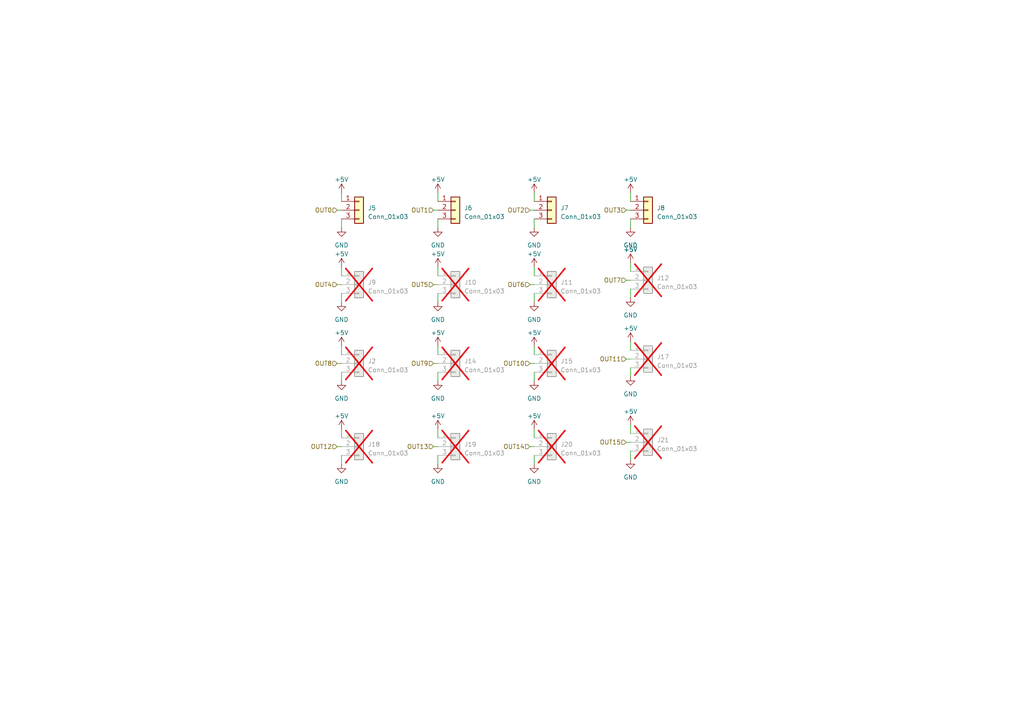
<source format=kicad_sch>
(kicad_sch (version 20230121) (generator eeschema)
  (paper "A4")
  (lib_symbols
    (symbol "Connector_Generic:Conn_01x03" (pin_names (offset 1.016) hide)
      (property "Reference" "J" (at 0 5.08 0))
      (property "Value" "Conn_01x03" (at 0 -5.08 0))
      (symbol "Conn_01x03_1_1"
        (rectangle (start -1.27 -2.413) (end 0 -2.667) (stroke (width 0.1524)))
        (rectangle (start -1.27 0.127) (end 0 -0.127) (stroke (width 0.1524)))
        (rectangle (start -1.27 2.667) (end 0 2.413) (stroke (width 0.1524)))
        (rectangle (start -1.27 3.81) (end 1.27 -3.81) (stroke (width 0.254)) (fill (type background)))
        (pin passive line (at -5.08 2.54 0) (length 3.81) (name "Pin_1") (number "1"))
        (pin passive line (at -5.08 0 0) (length 3.81) (name "Pin_2") (number "2"))
        (pin passive line (at -5.08 -2.54 0) (length 3.81) (name "Pin_3") (number "3"))
      )
    )
    (symbol "power:+5V" (power) (pin_names (offset 0))
      (property "Value" "+5V" (at 0 3.556 0))
      (symbol "+5V_0_1"
        (polyline (pts (xy -0.762 1.27) (xy 0 2.54)))
        (polyline (pts (xy 0 0) (xy 0 2.54)))
        (polyline (pts (xy 0 2.54) (xy 0.762 1.27)))
      )
      (symbol "+5V_1_1"
        (pin power_in line (at 0 0 90) (length 0) hide (name "+5V") (number "1"))
      )
    )
    (symbol "power:GND" (power) (pin_names (offset 0))
      (property "Value" "GND" (at 0 -3.81 0))
      (symbol "GND_0_1"
        (polyline (pts (xy 0 0) (xy 0 -1.27) (xy 1.27 -1.27) (xy 0 -2.54) (xy -1.27 -1.27) (xy 0 -1.27)))
      )
      (symbol "GND_1_1"
        (pin power_in line (at 0 0 270) (length 0) hide (name "GND") (number "1"))
      )
    )
  )
  (wire (pts (xy 182.88 76.2) (xy 182.88 78.74)))
  (wire (pts (xy 154.94 55.88) (xy 154.94 58.42)))
  (wire (pts (xy 154.94 63.5) (xy 154.94 66.04)))
  (wire (pts (xy 99.06 107.95) (xy 99.06 110.49)))
  (wire (pts (xy 125.73 129.54) (xy 127 129.54)))
  (wire (pts (xy 153.67 82.55) (xy 154.94 82.55)))
  (wire (pts (xy 182.88 130.81) (xy 182.88 133.35)))
  (wire (pts (xy 97.79 129.54) (xy 99.06 129.54)))
  (wire (pts (xy 97.79 105.41) (xy 99.06 105.41)))
  (wire (pts (xy 181.61 104.14) (xy 182.88 104.14)))
  (wire (pts (xy 182.88 106.68) (xy 182.88 109.22)))
  (wire (pts (xy 99.06 132.08) (xy 99.06 134.62)))
  (wire (pts (xy 127 132.08) (xy 127 134.62)))
  (wire (pts (xy 154.94 85.09) (xy 154.94 87.63)))
  (wire (pts (xy 99.06 124.46) (xy 99.06 127)))
  (wire (pts (xy 125.73 105.41) (xy 127 105.41)))
  (wire (pts (xy 182.88 63.5) (xy 182.88 66.04)))
  (wire (pts (xy 182.88 83.82) (xy 182.88 86.36)))
  (wire (pts (xy 153.67 60.96) (xy 154.94 60.96)))
  (wire (pts (xy 99.06 85.09) (xy 99.06 87.63)))
  (wire (pts (xy 182.88 55.88) (xy 182.88 58.42)))
  (wire (pts (xy 127 63.5) (xy 127 66.04)))
  (wire (pts (xy 127 85.09) (xy 127 87.63)))
  (wire (pts (xy 154.94 100.33) (xy 154.94 102.87)))
  (wire (pts (xy 182.88 99.06) (xy 182.88 101.6)))
  (wire (pts (xy 153.67 105.41) (xy 154.94 105.41)))
  (wire (pts (xy 182.88 123.19) (xy 182.88 125.73)))
  (wire (pts (xy 97.79 82.55) (xy 99.06 82.55)))
  (wire (pts (xy 99.06 100.33) (xy 99.06 102.87)))
  (wire (pts (xy 127 124.46) (xy 127 127)))
  (wire (pts (xy 99.06 77.47) (xy 99.06 80.01)))
  (wire (pts (xy 181.61 128.27) (xy 182.88 128.27)))
  (wire (pts (xy 127 55.88) (xy 127 58.42)))
  (wire (pts (xy 154.94 107.95) (xy 154.94 110.49)))
  (wire (pts (xy 181.61 60.96) (xy 182.88 60.96)))
  (wire (pts (xy 154.94 124.46) (xy 154.94 127)))
  (wire (pts (xy 154.94 132.08) (xy 154.94 134.62)))
  (wire (pts (xy 127 77.47) (xy 127 80.01)))
  (wire (pts (xy 99.06 55.88) (xy 99.06 58.42)))
  (wire (pts (xy 97.79 60.96) (xy 99.06 60.96)))
  (wire (pts (xy 125.73 60.96) (xy 127 60.96)))
  (wire (pts (xy 127 107.95) (xy 127 110.49)))
  (wire (pts (xy 125.73 82.55) (xy 127 82.55)))
  (wire (pts (xy 153.67 129.54) (xy 154.94 129.54)))
  (wire (pts (xy 181.61 81.28) (xy 182.88 81.28)))
  (wire (pts (xy 154.94 77.47) (xy 154.94 80.01)))
  (wire (pts (xy 99.06 63.5) (xy 99.06 66.04)))
  (wire (pts (xy 127 100.33) (xy 127 102.87)))
  (hierarchical_label "OUT6" (shape input) (at 153.67 82.55 180))
  (hierarchical_label "OUT11" (shape input) (at 181.61 104.14 180))
  (hierarchical_label "OUT12" (shape input) (at 97.79 129.54 180))
  (hierarchical_label "OUT9" (shape input) (at 125.73 105.41 180))
  (hierarchical_label "OUT1" (shape input) (at 125.73 60.96 180))
  (hierarchical_label "OUT5" (shape input) (at 125.73 82.55 180))
  (hierarchical_label "OUT8" (shape input) (at 97.79 105.41 180))
  (hierarchical_label "OUT13" (shape input) (at 125.73 129.54 180))
  (hierarchical_label "OUT2" (shape input) (at 153.67 60.96 180))
  (hierarchical_label "OUT7" (shape input) (at 181.61 81.28 180))
  (hierarchical_label "OUT4" (shape input) (at 97.79 82.55 180))
  (hierarchical_label "OUT15" (shape input) (at 181.61 128.27 180))
  (hierarchical_label "OUT10" (shape input) (at 153.67 105.41 180))
  (hierarchical_label "OUT3" (shape input) (at 181.61 60.96 180))
  (hierarchical_label "OUT14" (shape input) (at 153.67 129.54 180))
  (hierarchical_label "OUT0" (shape input) (at 97.79 60.96 180))
  (symbol (lib_id "power:GND") (at 182.88 86.36 0) (unit 1)
    (property "Reference" "#PWR056" (effects hide))
    (property "Value" "GND" (at 182.88 91.44 0))
    (instances (project "DMX_servo_controller_hardware" (path "" (reference "#PWR056") (unit 1)) (path "" (reference "#PWR063") (unit 1))))
  )
  (symbol (lib_id "power:+5V") (at 99.06 100.33 0) (unit 1)
    (property "Reference" "#PWR067" (effects hide))
    (property "Value" "+5V" (at 99.06 96.52 0))
    (instances (project "DMX_servo_controller_hardware" (path "" (reference "#PWR067") (unit 1)) (path "" (reference "#PWR068") (unit 1))))
  )
  (symbol (lib_id "power:+5V") (at 99.06 55.88 0) (unit 1)
    (property "Reference" "#PWR030" (effects hide))
    (property "Value" "+5V" (at 99.06 52.07 0))
    (instances (project "DMX_servo_controller_hardware" (path "" (reference "#PWR030") (unit 1)) (path "" (reference "#PWR051") (unit 1))))
  )
  (symbol (lib_id "power:+5V") (at 154.94 124.46 0) (unit 1)
    (property "Reference" "#PWR079" (effects hide))
    (property "Value" "+5V" (at 154.94 120.65 0))
    (instances (project "DMX_servo_controller_hardware" (path "" (reference "#PWR079") (unit 1)) (path "" (reference "#PWR078") (unit 1))))
  )
  (symbol (lib_id "Connector_Generic:Conn_01x03") (at 104.14 60.96 0) (unit 1)
    (property "Reference" "J5" (at 106.68 60.325 0) (effects (justify left)))
    (property "Value" "Conn_01x03" (at 106.68 62.865 0) (effects (justify left)))
    (property "Footprint" "TerminalBlock:TerminalBlock_bornier-3_P5.08mm" (effects hide))
    (instances (project "DMX_servo_controller_hardware" (path "" (reference "J5") (unit 1)) (path "" (reference "J6") (unit 1))))
  )
  (symbol (lib_id "power:+5V") (at 182.88 123.19 0) (unit 1)
    (property "Reference" "#PWR081" (effects hide))
    (property "Value" "+5V" (at 182.88 119.38 0))
    (instances (project "DMX_servo_controller_hardware" (path "" (reference "#PWR081") (unit 1)) (path "" (reference "#PWR075") (unit 1))))
  )
  (symbol (lib_id "power:+5V") (at 127 100.33 0) (unit 1)
    (property "Reference" "#PWR069" (effects hide))
    (property "Value" "+5V" (at 127 96.52 0))
  )
  (symbol (lib_id "power:+5V") (at 182.88 76.2 0) (unit 1)
    (property "Reference" "#PWR055" (effects hide))
    (property "Value" "+5V" (at 182.88 72.39 0))
    (instances (project "DMX_servo_controller_hardware" (path "" (reference "#PWR055") (unit 1)) (path "" (reference "#PWR059") (unit 1))))
  )
  (symbol (lib_id "power:GND") (at 99.06 110.49 0) (unit 1)
    (property "Reference" "#PWR068" (effects hide))
    (property "Value" "GND" (at 99.06 115.57 0))
    (instances (project "DMX_servo_controller_hardware" (path "" (reference "#PWR068") (unit 1)) (path "" (reference "#PWR072") (unit 1))))
  )
  (symbol (lib_id "power:GND") (at 99.06 134.62 0) (unit 1)
    (property "Reference" "#PWR076" (effects hide))
    (property "Value" "GND" (at 99.06 139.7 0))
    (instances (project "DMX_servo_controller_hardware" (path "" (reference "#PWR076") (unit 1)) (path "" (reference "#PWR080") (unit 1))))
  )
  (symbol (lib_id "power:+5V") (at 154.94 100.33 0) (unit 1)
    (property "Reference" "#PWR071" (effects hide))
    (property "Value" "+5V" (at 154.94 96.52 0))
    (instances (project "DMX_servo_controller_hardware" (path "" (reference "#PWR071") (unit 1)) (path "" (reference "#PWR070") (unit 1))))
  )
  (symbol (lib_id "Connector_Generic:Conn_01x03") (at 104.14 129.54 0) (unit 1) (dnp yes)
    (property "Reference" "J18" (at 106.68 128.905 0) (effects (justify left)))
    (property "Value" "Conn_01x03" (at 106.68 131.445 0) (effects (justify left)))
    (property "Footprint" "TerminalBlock:TerminalBlock_bornier-3_P5.08mm" (effects hide))
    (instances (project "DMX_servo_controller_hardware" (path "" (reference "J18") (unit 1)) (path "" (reference "J19") (unit 1))))
  )
  (symbol (lib_id "Connector_Generic:Conn_01x03") (at 132.08 82.55 0) (unit 1) (dnp yes)
    (property "Reference" "J10" (at 134.62 81.915 0) (effects (justify left)))
    (property "Value" "Conn_01x03" (at 134.62 84.455 0) (effects (justify left)))
    (property "Footprint" "TerminalBlock:TerminalBlock_bornier-3_P5.08mm" (effects hide))
    (instances (project "DMX_servo_controller_hardware" (path "" (reference "J10") (unit 1)) (path "" (reference "J12") (unit 1))))
  )
  (symbol (lib_id "power:GND") (at 99.06 66.04 0) (unit 1)
    (property "Reference" "#PWR031" (effects hide))
    (property "Value" "GND" (at 99.06 71.12 0))
    (instances (project "DMX_servo_controller_hardware" (path "" (reference "#PWR031") (unit 1)) (path "" (reference "#PWR055") (unit 1))))
  )
  (symbol (lib_id "Connector_Generic:Conn_01x03") (at 104.14 105.41 0) (unit 1) (dnp yes)
    (property "Reference" "J2" (at 106.68 104.775 0) (effects (justify left)))
    (property "Value" "Conn_01x03" (at 106.68 107.315 0) (effects (justify left)))
    (property "Footprint" "TerminalBlock:TerminalBlock_bornier-3_P5.08mm" (effects hide))
    (instances (project "DMX_servo_controller_hardware" (path "" (reference "J2") (unit 1)) (path "" (reference "J15") (unit 1))))
  )
  (symbol (lib_id "Connector_Generic:Conn_01x03") (at 160.02 60.96 0) (unit 1)
    (property "Reference" "J7" (at 162.56 60.325 0) (effects (justify left)))
    (property "Value" "Conn_01x03" (at 162.56 62.865 0) (effects (justify left)))
    (property "Footprint" "TerminalBlock:TerminalBlock_bornier-3_P5.08mm" (effects hide))
    (instances (project "DMX_servo_controller_hardware" (path "" (reference "J7") (unit 1)) (path "" (reference "J8") (unit 1))))
  )
  (symbol (lib_id "power:GND") (at 127 134.62 0) (unit 1)
    (property "Reference" "#PWR078" (effects hide))
    (property "Value" "GND" (at 127 139.7 0))
    (instances (project "DMX_servo_controller_hardware" (path "" (reference "#PWR078") (unit 1)) (path "" (reference "#PWR081") (unit 1))))
  )
  (symbol (lib_id "power:GND") (at 99.06 87.63 0) (unit 1)
    (property "Reference" "#PWR044" (effects hide))
    (property "Value" "GND" (at 99.06 92.71 0))
    (instances (project "DMX_servo_controller_hardware" (path "" (reference "#PWR044") (unit 1)) (path "" (reference "#PWR064") (unit 1))))
  )
  (symbol (lib_id "power:+5V") (at 127 55.88 0) (unit 1)
    (property "Reference" "#PWR032" (effects hide))
    (property "Value" "+5V" (at 127 52.07 0))
    (instances (project "DMX_servo_controller_hardware" (path "" (reference "#PWR032") (unit 1)) (path "" (reference "#PWR052") (unit 1))))
  )
  (symbol (lib_id "power:+5V") (at 99.06 124.46 0) (unit 1)
    (property "Reference" "#PWR075" (effects hide))
    (property "Value" "+5V" (at 99.06 120.65 0))
    (instances (project "DMX_servo_controller_hardware" (path "" (reference "#PWR075") (unit 1)) (path "" (reference "#PWR076") (unit 1))))
  )
  (symbol (lib_id "power:+5V") (at 154.94 77.47 0) (unit 1)
    (property "Reference" "#PWR053" (effects hide))
    (property "Value" "+5V" (at 154.94 73.66 0))
    (instances (project "DMX_servo_controller_hardware" (path "" (reference "#PWR053") (unit 1)) (path "" (reference "#PWR062") (unit 1))))
  )
  (symbol (lib_id "power:+5V") (at 182.88 55.88 0) (unit 1)
    (property "Reference" "#PWR037" (effects hide))
    (property "Value" "+5V" (at 182.88 52.07 0))
    (instances (project "DMX_servo_controller_hardware" (path "" (reference "#PWR037") (unit 1)) (path "" (reference "#PWR054") (unit 1))))
  )
  (symbol (lib_id "Connector_Generic:Conn_01x03") (at 160.02 129.54 0) (unit 1) (dnp yes)
    (property "Reference" "J20" (at 162.56 128.905 0) (effects (justify left)))
    (property "Value" "Conn_01x03" (at 162.56 131.445 0) (effects (justify left)))
    (property "Footprint" "TerminalBlock:TerminalBlock_bornier-3_P5.08mm" (effects hide))
    (instances (project "DMX_servo_controller_hardware" (path "" (reference "J20") (unit 1)) (path "" (reference "J21") (unit 1))))
  )
  (symbol (lib_id "Connector_Generic:Conn_01x03") (at 187.96 60.96 0) (unit 1)
    (property "Reference" "J8" (at 190.5 60.325 0) (effects (justify left)))
    (property "Value" "Conn_01x03" (at 190.5 62.865 0) (effects (justify left)))
    (property "Footprint" "TerminalBlock:TerminalBlock_bornier-3_P5.08mm" (effects hide))
    (instances (project "DMX_servo_controller_hardware" (path "" (reference "J8") (unit 1)) (path "" (reference "J9") (unit 1))))
  )
  (symbol (lib_id "Connector_Generic:Conn_01x03") (at 187.96 81.28 0) (unit 1) (dnp yes)
    (property "Reference" "J12" (at 190.5 80.645 0) (effects (justify left)))
    (property "Value" "Conn_01x03" (at 190.5 83.185 0) (effects (justify left)))
    (property "Footprint" "TerminalBlock:TerminalBlock_bornier-3_P5.08mm" (effects hide))
    (instances (project "DMX_servo_controller_hardware" (path "" (reference "J12") (unit 1)) (path "" (reference "J10") (unit 1))))
  )
  (symbol (lib_id "power:GND") (at 127 110.49 0) (unit 1)
    (property "Reference" "#PWR070" (effects hide))
    (property "Value" "GND" (at 127 115.57 0))
    (instances (project "DMX_servo_controller_hardware" (path "" (reference "#PWR070") (unit 1)) (path "" (reference "#PWR073") (unit 1))))
  )
  (symbol (lib_id "Connector_Generic:Conn_01x03") (at 132.08 60.96 0) (unit 1)
    (property "Reference" "J6" (at 134.62 60.325 0) (effects (justify left)))
    (property "Value" "Conn_01x03" (at 134.62 62.865 0) (effects (justify left)))
    (property "Footprint" "TerminalBlock:TerminalBlock_bornier-3_P5.08mm" (effects hide))
    (instances (project "DMX_servo_controller_hardware" (path "" (reference "J6") (unit 1)) (path "" (reference "J7") (unit 1))))
  )
  (symbol (lib_id "power:+5V") (at 99.06 77.47 0) (unit 1)
    (property "Reference" "#PWR043" (effects hide))
    (property "Value" "+5V" (at 99.06 73.66 0))
    (instances (project "DMX_servo_controller_hardware" (path "" (reference "#PWR043") (unit 1)) (path "" (reference "#PWR060") (unit 1))))
  )
  (symbol (lib_id "power:GND") (at 154.94 87.63 0) (unit 1)
    (property "Reference" "#PWR054" (effects hide))
    (property "Value" "GND" (at 154.94 92.71 0))
    (instances (project "DMX_servo_controller_hardware" (path "" (reference "#PWR054") (unit 1)) (path "" (reference "#PWR066") (unit 1))))
  )
  (symbol (lib_id "power:GND") (at 127 87.63 0) (unit 1)
    (property "Reference" "#PWR046" (effects hide))
    (property "Value" "GND" (at 127 92.71 0))
    (instances (project "DMX_servo_controller_hardware" (path "" (reference "#PWR046") (unit 1)) (path "" (reference "#PWR065") (unit 1))))
  )
  (symbol (lib_id "power:GND") (at 182.88 66.04 0) (unit 1)
    (property "Reference" "#PWR038" (effects hide))
    (property "Value" "GND" (at 182.88 71.12 0))
    (instances (project "DMX_servo_controller_hardware" (path "" (reference "#PWR038") (unit 1)) (path "" (reference "#PWR058") (unit 1))))
  )
  (symbol (lib_id "Connector_Generic:Conn_01x03") (at 132.08 105.41 0) (unit 1) (dnp yes)
    (property "Reference" "J14" (at 134.62 104.775 0) (effects (justify left)))
    (property "Value" "Conn_01x03" (at 134.62 107.315 0) (effects (justify left)))
    (property "Footprint" "TerminalBlock:TerminalBlock_bornier-3_P5.08mm" (effects hide))
    (instances (project "DMX_servo_controller_hardware" (path "" (reference "J14") (unit 1)) (path "" (reference "J16") (unit 1))))
  )
  (symbol (lib_id "Connector_Generic:Conn_01x03") (at 104.14 82.55 0) (unit 1) (dnp yes)
    (property "Reference" "J9" (at 106.68 81.915 0) (effects (justify left)))
    (property "Value" "Conn_01x03" (at 106.68 84.455 0) (effects (justify left)))
    (property "Footprint" "TerminalBlock:TerminalBlock_bornier-3_P5.08mm" (effects hide))
    (instances (project "DMX_servo_controller_hardware" (path "" (reference "J9") (unit 1)) (path "" (reference "J11") (unit 1))))
  )
  (symbol (lib_id "power:+5V") (at 182.88 99.06 0) (unit 1)
    (property "Reference" "#PWR073" (effects hide))
    (property "Value" "+5V" (at 182.88 95.25 0))
    (instances (project "DMX_servo_controller_hardware" (path "" (reference "#PWR073") (unit 1)) (path "" (reference "#PWR067") (unit 1))))
  )
  (symbol (lib_id "Connector_Generic:Conn_01x03") (at 160.02 82.55 0) (unit 1) (dnp yes)
    (property "Reference" "J11" (at 162.56 81.915 0) (effects (justify left)))
    (property "Value" "Conn_01x03" (at 162.56 84.455 0) (effects (justify left)))
    (property "Footprint" "TerminalBlock:TerminalBlock_bornier-3_P5.08mm" (effects hide))
    (instances (project "DMX_servo_controller_hardware" (path "" (reference "J11") (unit 1)) (path "" (reference "J13") (unit 1))))
  )
  (symbol (lib_id "power:GND") (at 154.94 134.62 0) (unit 1)
    (property "Reference" "#PWR080" (effects hide))
    (property "Value" "GND" (at 154.94 139.7 0))
    (instances (project "DMX_servo_controller_hardware" (path "" (reference "#PWR080") (unit 1)) (path "" (reference "#PWR082") (unit 1))))
  )
  (symbol (lib_id "Connector_Generic:Conn_01x03") (at 187.96 104.14 0) (unit 1) (dnp yes)
    (property "Reference" "J17" (at 190.5 103.505 0) (effects (justify left)))
    (property "Value" "Conn_01x03" (at 190.5 106.045 0) (effects (justify left)))
    (property "Footprint" "TerminalBlock:TerminalBlock_bornier-3_P5.08mm" (effects hide))
    (instances (project "DMX_servo_controller_hardware" (path "" (reference "J17") (unit 1)) (path "" (reference "J14") (unit 1))))
  )
  (symbol (lib_id "power:GND") (at 127 66.04 0) (unit 1)
    (property "Reference" "#PWR033" (effects hide))
    (property "Value" "GND" (at 127 71.12 0))
    (instances (project "DMX_servo_controller_hardware" (path "" (reference "#PWR033") (unit 1)) (path "" (reference "#PWR056") (unit 1))))
  )
  (symbol (lib_id "power:GND") (at 154.94 66.04 0) (unit 1)
    (property "Reference" "#PWR036" (effects hide))
    (property "Value" "GND" (at 154.94 71.12 0))
    (instances (project "DMX_servo_controller_hardware" (path "" (reference "#PWR036") (unit 1)) (path "" (reference "#PWR057") (unit 1))))
  )
  (symbol (lib_id "power:GND") (at 154.94 110.49 0) (unit 1)
    (property "Reference" "#PWR072" (effects hide))
    (property "Value" "GND" (at 154.94 115.57 0))
    (instances (project "DMX_servo_controller_hardware" (path "" (reference "#PWR072") (unit 1)) (path "" (reference "#PWR074") (unit 1))))
  )
  (symbol (lib_id "power:+5V") (at 127 77.47 0) (unit 1)
    (property "Reference" "#PWR045" (effects hide))
    (property "Value" "+5V" (at 127 73.66 0))
    (instances (project "DMX_servo_controller_hardware" (path "" (reference "#PWR045") (unit 1)) (path "" (reference "#PWR061") (unit 1))))
  )
  (symbol (lib_id "power:+5V") (at 154.94 55.88 0) (unit 1)
    (property "Reference" "#PWR035" (effects hide))
    (property "Value" "+5V" (at 154.94 52.07 0))
    (instances (project "DMX_servo_controller_hardware" (path "" (reference "#PWR035") (unit 1)) (path "" (reference "#PWR053") (unit 1))))
  )
  (symbol (lib_id "Connector_Generic:Conn_01x03") (at 132.08 129.54 0) (unit 1) (dnp yes)
    (property "Reference" "J19" (at 134.62 128.905 0) (effects (justify left)))
    (property "Value" "Conn_01x03" (at 134.62 131.445 0) (effects (justify left)))
    (property "Footprint" "TerminalBlock:TerminalBlock_bornier-3_P5.08mm" (effects hide))
    (instances (project "DMX_servo_controller_hardware" (path "" (reference "J19") (unit 1)) (path "" (reference "J20") (unit 1))))
  )
  (symbol (lib_id "power:+5V") (at 127 124.46 0) (unit 1)
    (property "Reference" "#PWR077" (effects hide))
    (property "Value" "+5V" (at 127 120.65 0))
  )
  (symbol (lib_id "Connector_Generic:Conn_01x03") (at 160.02 105.41 0) (unit 1) (dnp yes)
    (property "Reference" "J15" (at 162.56 104.775 0) (effects (justify left)))
    (property "Value" "Conn_01x03" (at 162.56 107.315 0) (effects (justify left)))
    (property "Footprint" "TerminalBlock:TerminalBlock_bornier-3_P5.08mm" (effects hide))
    (instances (project "DMX_servo_controller_hardware" (path "" (reference "J15") (unit 1)) (path "" (reference "J17") (unit 1))))
  )
  (symbol (lib_id "power:GND") (at 182.88 109.22 0) (unit 1)
    (property "Reference" "#PWR074" (effects hide))
    (property "Value" "GND" (at 182.88 114.3 0))
    (instances (project "DMX_servo_controller_hardware" (path "" (reference "#PWR074") (unit 1)) (path "" (reference "#PWR071") (unit 1))))
  )
  (symbol (lib_id "power:GND") (at 182.88 133.35 0) (unit 1)
    (property "Reference" "#PWR082" (effects hide))
    (property "Value" "GND" (at 182.88 138.43 0))
    (instances (project "DMX_servo_controller_hardware" (path "" (reference "#PWR082") (unit 1)) (path "" (reference "#PWR079") (unit 1))))
  )
  (symbol (lib_id "Connector_Generic:Conn_01x03") (at 187.96 128.27 0) (unit 1) (dnp yes)
    (property "Reference" "J21" (at 190.5 127.635 0) (effects (justify left)))
    (property "Value" "Conn_01x03" (at 190.5 130.175 0) (effects (justify left)))
    (property "Footprint" "TerminalBlock:TerminalBlock_bornier-3_P5.08mm" (effects hide))
    (instances (project "DMX_servo_controller_hardware" (path "" (reference "J21") (unit 1)) (path "" (reference "J18") (unit 1))))
  )
)
</source>
